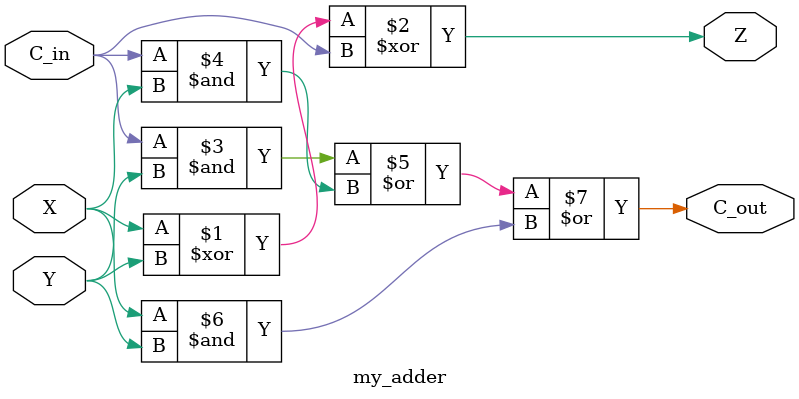
<source format=v>
`timescale 1ns / 1ps


module my_adder(
    input wire X,
    input wire Y,
    input wire C_in,
    output wire C_out,
    output wire Z
    );
    
assign Z=X^Y^C_in;
assign C_out=(C_in&Y)|(C_in&X)|(X&Y);

endmodule

</source>
